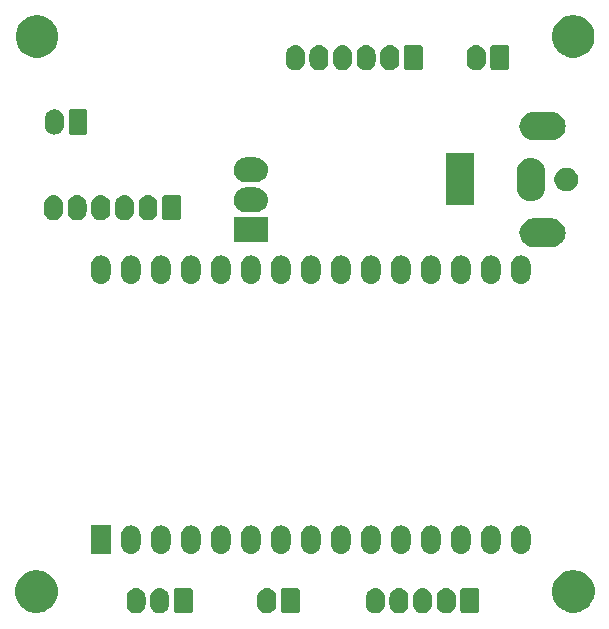
<source format=gbr>
G04 #@! TF.GenerationSoftware,KiCad,Pcbnew,(5.0.1)-rc2*
G04 #@! TF.CreationDate,2018-12-27T01:27:39+01:00*
G04 #@! TF.ProjectId,IoP_plant_base,496F505F706C616E745F626173652E6B,rev?*
G04 #@! TF.SameCoordinates,Original*
G04 #@! TF.FileFunction,Soldermask,Bot*
G04 #@! TF.FilePolarity,Negative*
%FSLAX46Y46*%
G04 Gerber Fmt 4.6, Leading zero omitted, Abs format (unit mm)*
G04 Created by KiCad (PCBNEW (5.0.1)-rc2) date 2018/12/27 1:27:39*
%MOMM*%
%LPD*%
G01*
G04 APERTURE LIST*
%ADD10C,0.100000*%
G04 APERTURE END LIST*
D10*
G36*
X129570827Y-120856576D02*
X129646228Y-120879449D01*
X129721629Y-120902321D01*
X129860608Y-120976608D01*
X129982422Y-121076578D01*
X130082392Y-121198392D01*
X130156679Y-121337371D01*
X130202424Y-121488174D01*
X130214000Y-121605705D01*
X130214000Y-122234295D01*
X130202424Y-122351826D01*
X130156679Y-122502629D01*
X130082392Y-122641608D01*
X129982425Y-122763419D01*
X129982423Y-122763420D01*
X129982422Y-122763422D01*
X129896410Y-122834009D01*
X129860604Y-122863394D01*
X129721628Y-122937679D01*
X129646227Y-122960551D01*
X129570826Y-122983424D01*
X129414000Y-122998870D01*
X129257173Y-122983424D01*
X129181772Y-122960551D01*
X129106371Y-122937679D01*
X128967392Y-122863392D01*
X128845581Y-122763425D01*
X128845580Y-122763423D01*
X128845578Y-122763422D01*
X128745607Y-122641605D01*
X128745606Y-122641604D01*
X128671321Y-122502628D01*
X128648449Y-122427227D01*
X128625576Y-122351826D01*
X128614000Y-122234292D01*
X128614000Y-121605707D01*
X128625576Y-121488173D01*
X128671321Y-121337372D01*
X128671321Y-121337371D01*
X128745608Y-121198392D01*
X128845579Y-121076578D01*
X128967393Y-120976608D01*
X129106372Y-120902321D01*
X129181773Y-120879449D01*
X129257174Y-120856576D01*
X129414000Y-120841130D01*
X129570827Y-120856576D01*
X129570827Y-120856576D01*
G37*
G36*
X111313827Y-120856576D02*
X111389228Y-120879449D01*
X111464629Y-120902321D01*
X111603608Y-120976608D01*
X111725422Y-121076578D01*
X111825392Y-121198392D01*
X111899679Y-121337371D01*
X111945424Y-121488174D01*
X111957000Y-121605705D01*
X111957000Y-122234295D01*
X111945424Y-122351826D01*
X111899679Y-122502629D01*
X111825392Y-122641608D01*
X111725425Y-122763419D01*
X111725423Y-122763420D01*
X111725422Y-122763422D01*
X111639410Y-122834009D01*
X111603604Y-122863394D01*
X111464628Y-122937679D01*
X111389227Y-122960551D01*
X111313826Y-122983424D01*
X111157000Y-122998870D01*
X111000173Y-122983424D01*
X110924772Y-122960551D01*
X110849371Y-122937679D01*
X110710392Y-122863392D01*
X110588581Y-122763425D01*
X110588580Y-122763423D01*
X110588578Y-122763422D01*
X110488607Y-122641605D01*
X110488606Y-122641604D01*
X110414321Y-122502628D01*
X110391449Y-122427227D01*
X110368576Y-122351826D01*
X110357000Y-122234292D01*
X110357000Y-121605707D01*
X110368576Y-121488173D01*
X110414321Y-121337372D01*
X110414321Y-121337371D01*
X110488608Y-121198392D01*
X110588579Y-121076578D01*
X110710393Y-120976608D01*
X110849372Y-120902321D01*
X110924773Y-120879449D01*
X111000174Y-120856576D01*
X111157000Y-120841130D01*
X111313827Y-120856576D01*
X111313827Y-120856576D01*
G37*
G36*
X120381627Y-120856576D02*
X120457028Y-120879449D01*
X120532429Y-120902321D01*
X120671408Y-120976608D01*
X120793222Y-121076578D01*
X120893192Y-121198392D01*
X120967479Y-121337371D01*
X121013224Y-121488174D01*
X121024800Y-121605705D01*
X121024800Y-122234295D01*
X121013224Y-122351826D01*
X120967479Y-122502629D01*
X120893192Y-122641608D01*
X120793225Y-122763419D01*
X120793223Y-122763420D01*
X120793222Y-122763422D01*
X120707210Y-122834009D01*
X120671404Y-122863394D01*
X120532428Y-122937679D01*
X120457027Y-122960551D01*
X120381626Y-122983424D01*
X120224800Y-122998870D01*
X120067973Y-122983424D01*
X119992572Y-122960551D01*
X119917171Y-122937679D01*
X119778192Y-122863392D01*
X119656381Y-122763425D01*
X119656380Y-122763423D01*
X119656378Y-122763422D01*
X119556407Y-122641605D01*
X119556406Y-122641604D01*
X119482121Y-122502628D01*
X119459249Y-122427227D01*
X119436376Y-122351826D01*
X119424800Y-122234292D01*
X119424800Y-121605707D01*
X119436376Y-121488173D01*
X119482121Y-121337372D01*
X119482121Y-121337371D01*
X119556408Y-121198392D01*
X119656379Y-121076578D01*
X119778193Y-120976608D01*
X119917172Y-120902321D01*
X119992573Y-120879449D01*
X120067974Y-120856576D01*
X120224800Y-120841130D01*
X120381627Y-120856576D01*
X120381627Y-120856576D01*
G37*
G36*
X109313827Y-120856576D02*
X109389228Y-120879449D01*
X109464629Y-120902321D01*
X109603608Y-120976608D01*
X109725422Y-121076578D01*
X109825392Y-121198392D01*
X109899679Y-121337371D01*
X109945424Y-121488174D01*
X109957000Y-121605705D01*
X109957000Y-122234295D01*
X109945424Y-122351826D01*
X109899679Y-122502629D01*
X109825392Y-122641608D01*
X109725425Y-122763419D01*
X109725423Y-122763420D01*
X109725422Y-122763422D01*
X109639410Y-122834009D01*
X109603604Y-122863394D01*
X109464628Y-122937679D01*
X109389227Y-122960551D01*
X109313826Y-122983424D01*
X109157000Y-122998870D01*
X109000173Y-122983424D01*
X108924772Y-122960551D01*
X108849371Y-122937679D01*
X108710392Y-122863392D01*
X108588581Y-122763425D01*
X108588580Y-122763423D01*
X108588578Y-122763422D01*
X108488607Y-122641605D01*
X108488606Y-122641604D01*
X108414321Y-122502628D01*
X108391449Y-122427227D01*
X108368576Y-122351826D01*
X108357000Y-122234292D01*
X108357000Y-121605707D01*
X108368576Y-121488173D01*
X108414321Y-121337372D01*
X108414321Y-121337371D01*
X108488608Y-121198392D01*
X108588579Y-121076578D01*
X108710393Y-120976608D01*
X108849372Y-120902321D01*
X108924773Y-120879449D01*
X109000174Y-120856576D01*
X109157000Y-120841130D01*
X109313827Y-120856576D01*
X109313827Y-120856576D01*
G37*
G36*
X133570827Y-120856576D02*
X133646228Y-120879449D01*
X133721629Y-120902321D01*
X133860608Y-120976608D01*
X133982422Y-121076578D01*
X134082392Y-121198392D01*
X134156679Y-121337371D01*
X134202424Y-121488174D01*
X134214000Y-121605705D01*
X134214000Y-122234295D01*
X134202424Y-122351826D01*
X134156679Y-122502629D01*
X134082392Y-122641608D01*
X133982425Y-122763419D01*
X133982423Y-122763420D01*
X133982422Y-122763422D01*
X133896410Y-122834009D01*
X133860604Y-122863394D01*
X133721628Y-122937679D01*
X133646226Y-122960552D01*
X133570826Y-122983424D01*
X133414000Y-122998870D01*
X133257173Y-122983424D01*
X133181772Y-122960551D01*
X133106371Y-122937679D01*
X132967392Y-122863392D01*
X132845581Y-122763425D01*
X132845580Y-122763423D01*
X132845578Y-122763422D01*
X132745607Y-122641605D01*
X132745606Y-122641604D01*
X132671321Y-122502628D01*
X132648449Y-122427227D01*
X132625576Y-122351826D01*
X132614000Y-122234292D01*
X132614000Y-121605707D01*
X132625576Y-121488173D01*
X132671321Y-121337372D01*
X132671321Y-121337371D01*
X132745608Y-121198392D01*
X132845579Y-121076578D01*
X132967393Y-120976608D01*
X133106372Y-120902321D01*
X133181773Y-120879449D01*
X133257174Y-120856576D01*
X133414000Y-120841130D01*
X133570827Y-120856576D01*
X133570827Y-120856576D01*
G37*
G36*
X131570827Y-120856576D02*
X131646228Y-120879449D01*
X131721629Y-120902321D01*
X131860608Y-120976608D01*
X131982422Y-121076578D01*
X132082392Y-121198392D01*
X132156679Y-121337371D01*
X132202424Y-121488174D01*
X132214000Y-121605705D01*
X132214000Y-122234295D01*
X132202424Y-122351826D01*
X132156679Y-122502629D01*
X132082392Y-122641608D01*
X131982425Y-122763419D01*
X131982423Y-122763420D01*
X131982422Y-122763422D01*
X131896410Y-122834009D01*
X131860604Y-122863394D01*
X131721628Y-122937679D01*
X131646226Y-122960552D01*
X131570826Y-122983424D01*
X131414000Y-122998870D01*
X131257173Y-122983424D01*
X131181772Y-122960551D01*
X131106371Y-122937679D01*
X130967392Y-122863392D01*
X130845581Y-122763425D01*
X130845580Y-122763423D01*
X130845578Y-122763422D01*
X130745607Y-122641605D01*
X130745606Y-122641604D01*
X130671321Y-122502628D01*
X130648449Y-122427227D01*
X130625576Y-122351826D01*
X130614000Y-122234292D01*
X130614000Y-121605707D01*
X130625576Y-121488173D01*
X130671321Y-121337372D01*
X130671321Y-121337371D01*
X130745608Y-121198392D01*
X130845579Y-121076578D01*
X130967393Y-120976608D01*
X131106372Y-120902321D01*
X131181773Y-120879449D01*
X131257174Y-120856576D01*
X131414000Y-120841130D01*
X131570827Y-120856576D01*
X131570827Y-120856576D01*
G37*
G36*
X135570827Y-120856576D02*
X135646228Y-120879449D01*
X135721629Y-120902321D01*
X135860608Y-120976608D01*
X135982422Y-121076578D01*
X136082392Y-121198392D01*
X136156679Y-121337371D01*
X136202424Y-121488174D01*
X136214000Y-121605705D01*
X136214000Y-122234295D01*
X136202424Y-122351826D01*
X136156679Y-122502629D01*
X136082392Y-122641608D01*
X135982425Y-122763419D01*
X135982423Y-122763420D01*
X135982422Y-122763422D01*
X135896410Y-122834009D01*
X135860604Y-122863394D01*
X135721628Y-122937679D01*
X135646226Y-122960552D01*
X135570826Y-122983424D01*
X135414000Y-122998870D01*
X135257173Y-122983424D01*
X135181772Y-122960551D01*
X135106371Y-122937679D01*
X134967392Y-122863392D01*
X134845581Y-122763425D01*
X134845580Y-122763423D01*
X134845578Y-122763422D01*
X134745607Y-122641605D01*
X134745606Y-122641604D01*
X134671321Y-122502628D01*
X134648449Y-122427227D01*
X134625576Y-122351826D01*
X134614000Y-122234292D01*
X134614000Y-121605707D01*
X134625576Y-121488173D01*
X134671321Y-121337372D01*
X134671321Y-121337371D01*
X134745608Y-121198392D01*
X134845579Y-121076578D01*
X134967393Y-120976608D01*
X135106372Y-120902321D01*
X135181773Y-120879449D01*
X135257174Y-120856576D01*
X135414000Y-120841130D01*
X135570827Y-120856576D01*
X135570827Y-120856576D01*
G37*
G36*
X113747269Y-120850597D02*
X113796009Y-120865382D01*
X113840931Y-120889393D01*
X113880298Y-120921702D01*
X113912607Y-120961069D01*
X113936618Y-121005991D01*
X113951403Y-121054731D01*
X113957000Y-121111557D01*
X113957000Y-122728443D01*
X113951403Y-122785269D01*
X113936618Y-122834009D01*
X113912607Y-122878931D01*
X113880298Y-122918298D01*
X113840931Y-122950607D01*
X113796009Y-122974618D01*
X113747269Y-122989403D01*
X113690443Y-122995000D01*
X112623557Y-122995000D01*
X112566731Y-122989403D01*
X112517991Y-122974618D01*
X112473069Y-122950607D01*
X112433702Y-122918298D01*
X112401393Y-122878931D01*
X112377382Y-122834009D01*
X112362597Y-122785269D01*
X112357000Y-122728443D01*
X112357000Y-121111557D01*
X112362597Y-121054731D01*
X112377382Y-121005991D01*
X112401393Y-120961069D01*
X112433702Y-120921702D01*
X112473069Y-120889393D01*
X112517991Y-120865382D01*
X112566731Y-120850597D01*
X112623557Y-120845000D01*
X113690443Y-120845000D01*
X113747269Y-120850597D01*
X113747269Y-120850597D01*
G37*
G36*
X138004269Y-120850597D02*
X138053009Y-120865382D01*
X138097931Y-120889393D01*
X138137298Y-120921702D01*
X138169607Y-120961069D01*
X138193618Y-121005991D01*
X138208403Y-121054731D01*
X138214000Y-121111557D01*
X138214000Y-122728443D01*
X138208403Y-122785269D01*
X138193618Y-122834009D01*
X138169607Y-122878931D01*
X138137298Y-122918298D01*
X138097931Y-122950607D01*
X138053009Y-122974618D01*
X138004269Y-122989403D01*
X137947443Y-122995000D01*
X136880557Y-122995000D01*
X136823731Y-122989403D01*
X136774991Y-122974618D01*
X136730069Y-122950607D01*
X136690702Y-122918298D01*
X136658393Y-122878931D01*
X136634382Y-122834009D01*
X136619597Y-122785269D01*
X136614000Y-122728443D01*
X136614000Y-121111557D01*
X136619597Y-121054731D01*
X136634382Y-121005991D01*
X136658393Y-120961069D01*
X136690702Y-120921702D01*
X136730069Y-120889393D01*
X136774991Y-120865382D01*
X136823731Y-120850597D01*
X136880557Y-120845000D01*
X137947443Y-120845000D01*
X138004269Y-120850597D01*
X138004269Y-120850597D01*
G37*
G36*
X122815069Y-120850597D02*
X122863809Y-120865382D01*
X122908731Y-120889393D01*
X122948098Y-120921702D01*
X122980407Y-120961069D01*
X123004418Y-121005991D01*
X123019203Y-121054731D01*
X123024800Y-121111557D01*
X123024800Y-122728443D01*
X123019203Y-122785269D01*
X123004418Y-122834009D01*
X122980407Y-122878931D01*
X122948098Y-122918298D01*
X122908731Y-122950607D01*
X122863809Y-122974618D01*
X122815069Y-122989403D01*
X122758243Y-122995000D01*
X121691357Y-122995000D01*
X121634531Y-122989403D01*
X121585791Y-122974618D01*
X121540869Y-122950607D01*
X121501502Y-122918298D01*
X121469193Y-122878931D01*
X121445182Y-122834009D01*
X121430397Y-122785269D01*
X121424800Y-122728443D01*
X121424800Y-121111557D01*
X121430397Y-121054731D01*
X121445182Y-121005991D01*
X121469193Y-120961069D01*
X121501502Y-120921702D01*
X121540869Y-120889393D01*
X121585791Y-120865382D01*
X121634531Y-120850597D01*
X121691357Y-120845000D01*
X122758243Y-120845000D01*
X122815069Y-120850597D01*
X122815069Y-120850597D01*
G37*
G36*
X101125202Y-119393955D02*
X101241121Y-119417013D01*
X101472754Y-119512959D01*
X101519644Y-119532381D01*
X101568700Y-119552701D01*
X101833102Y-119729369D01*
X101863516Y-119749691D01*
X102114229Y-120000404D01*
X102114231Y-120000407D01*
X102311219Y-120295220D01*
X102438491Y-120602480D01*
X102446907Y-120622800D01*
X102516080Y-120970554D01*
X102516080Y-121325126D01*
X102446907Y-121672880D01*
X102311220Y-122000458D01*
X102114229Y-122295276D01*
X101863516Y-122545989D01*
X101863513Y-122545991D01*
X101568700Y-122742979D01*
X101568699Y-122742980D01*
X101568698Y-122742980D01*
X101519339Y-122763425D01*
X101241121Y-122878667D01*
X101147099Y-122897369D01*
X100893366Y-122947840D01*
X100538794Y-122947840D01*
X100285061Y-122897369D01*
X100191039Y-122878667D01*
X99912821Y-122763425D01*
X99863462Y-122742980D01*
X99863461Y-122742980D01*
X99863460Y-122742979D01*
X99568647Y-122545991D01*
X99568644Y-122545989D01*
X99317931Y-122295276D01*
X99120940Y-122000458D01*
X98985253Y-121672880D01*
X98916080Y-121325126D01*
X98916080Y-120970554D01*
X98985253Y-120622800D01*
X98993670Y-120602480D01*
X99120941Y-120295220D01*
X99317929Y-120000407D01*
X99317931Y-120000404D01*
X99568644Y-119749691D01*
X99599058Y-119729369D01*
X99863460Y-119552701D01*
X99912517Y-119532381D01*
X99959406Y-119512959D01*
X100191039Y-119417013D01*
X100306958Y-119393955D01*
X100538794Y-119347840D01*
X100893366Y-119347840D01*
X101125202Y-119393955D01*
X101125202Y-119393955D01*
G37*
G36*
X146586122Y-119373635D02*
X146702041Y-119396693D01*
X147029620Y-119532381D01*
X147060029Y-119552700D01*
X147324436Y-119729371D01*
X147575149Y-119980084D01*
X147772140Y-120274902D01*
X147907827Y-120602480D01*
X147975488Y-120942631D01*
X147977000Y-120950236D01*
X147977000Y-121304804D01*
X147907827Y-121652561D01*
X147772139Y-121980140D01*
X147602318Y-122234295D01*
X147575149Y-122274956D01*
X147324436Y-122525669D01*
X147324433Y-122525671D01*
X147029620Y-122722659D01*
X147029619Y-122722660D01*
X147029618Y-122722660D01*
X146980561Y-122742980D01*
X146702041Y-122858347D01*
X146599885Y-122878667D01*
X146354286Y-122927520D01*
X145999714Y-122927520D01*
X145754115Y-122878667D01*
X145651959Y-122858347D01*
X145373439Y-122742980D01*
X145324382Y-122722660D01*
X145324381Y-122722660D01*
X145324380Y-122722659D01*
X145029567Y-122525671D01*
X145029564Y-122525669D01*
X144778851Y-122274956D01*
X144751682Y-122234295D01*
X144581861Y-121980140D01*
X144446173Y-121652561D01*
X144377000Y-121304804D01*
X144377000Y-120950236D01*
X144378513Y-120942631D01*
X144446173Y-120602480D01*
X144581860Y-120274902D01*
X144778851Y-119980084D01*
X145029564Y-119729371D01*
X145293971Y-119552700D01*
X145324380Y-119532381D01*
X145651959Y-119396693D01*
X145767878Y-119373635D01*
X145999714Y-119327520D01*
X146354286Y-119327520D01*
X146586122Y-119373635D01*
X146586122Y-119373635D01*
G37*
G36*
X121574901Y-115561044D02*
X121731542Y-115608561D01*
X121875902Y-115685723D01*
X122002435Y-115789566D01*
X122106278Y-115916099D01*
X122183440Y-116060459D01*
X122230957Y-116217100D01*
X122247001Y-116380000D01*
X122247001Y-117142000D01*
X122230957Y-117304900D01*
X122183440Y-117461541D01*
X122106278Y-117605901D01*
X122002435Y-117732434D01*
X121875902Y-117836277D01*
X121731542Y-117913439D01*
X121574901Y-117960956D01*
X121412001Y-117977000D01*
X121411999Y-117977000D01*
X121249099Y-117960956D01*
X121092458Y-117913439D01*
X120948098Y-117836277D01*
X120821565Y-117732434D01*
X120717722Y-117605901D01*
X120640560Y-117461541D01*
X120593043Y-117304900D01*
X120576999Y-117142000D01*
X120576999Y-116380000D01*
X120593043Y-116217100D01*
X120640560Y-116060459D01*
X120717722Y-115916099D01*
X120821565Y-115789566D01*
X120948098Y-115685723D01*
X121092458Y-115608561D01*
X121249099Y-115561044D01*
X121411999Y-115545000D01*
X121412001Y-115545000D01*
X121574901Y-115561044D01*
X121574901Y-115561044D01*
G37*
G36*
X141894901Y-115561044D02*
X142051542Y-115608561D01*
X142195902Y-115685723D01*
X142322435Y-115789566D01*
X142426278Y-115916099D01*
X142503440Y-116060459D01*
X142550957Y-116217100D01*
X142567001Y-116380000D01*
X142567001Y-117142000D01*
X142550957Y-117304900D01*
X142503440Y-117461541D01*
X142426278Y-117605901D01*
X142322435Y-117732434D01*
X142195902Y-117836277D01*
X142051542Y-117913439D01*
X141894901Y-117960956D01*
X141732001Y-117977000D01*
X141731999Y-117977000D01*
X141569099Y-117960956D01*
X141412458Y-117913439D01*
X141268098Y-117836277D01*
X141141565Y-117732434D01*
X141037722Y-117605901D01*
X140960560Y-117461541D01*
X140913043Y-117304900D01*
X140896999Y-117142000D01*
X140896999Y-116380000D01*
X140913043Y-116217100D01*
X140960560Y-116060459D01*
X141037722Y-115916099D01*
X141141565Y-115789566D01*
X141268098Y-115685723D01*
X141412458Y-115608561D01*
X141569099Y-115561044D01*
X141731999Y-115545000D01*
X141732001Y-115545000D01*
X141894901Y-115561044D01*
X141894901Y-115561044D01*
G37*
G36*
X139354901Y-115561044D02*
X139511542Y-115608561D01*
X139655902Y-115685723D01*
X139782435Y-115789566D01*
X139886278Y-115916099D01*
X139963440Y-116060459D01*
X140010957Y-116217100D01*
X140027001Y-116380000D01*
X140027001Y-117142000D01*
X140010957Y-117304900D01*
X139963440Y-117461541D01*
X139886278Y-117605901D01*
X139782435Y-117732434D01*
X139655902Y-117836277D01*
X139511542Y-117913439D01*
X139354901Y-117960956D01*
X139192001Y-117977000D01*
X139191999Y-117977000D01*
X139029099Y-117960956D01*
X138872458Y-117913439D01*
X138728098Y-117836277D01*
X138601565Y-117732434D01*
X138497722Y-117605901D01*
X138420560Y-117461541D01*
X138373043Y-117304900D01*
X138356999Y-117142000D01*
X138356999Y-116380000D01*
X138373043Y-116217100D01*
X138420560Y-116060459D01*
X138497722Y-115916099D01*
X138601565Y-115789566D01*
X138728098Y-115685723D01*
X138872458Y-115608561D01*
X139029099Y-115561044D01*
X139191999Y-115545000D01*
X139192001Y-115545000D01*
X139354901Y-115561044D01*
X139354901Y-115561044D01*
G37*
G36*
X136814901Y-115561044D02*
X136971542Y-115608561D01*
X137115902Y-115685723D01*
X137242435Y-115789566D01*
X137346278Y-115916099D01*
X137423440Y-116060459D01*
X137470957Y-116217100D01*
X137487001Y-116380000D01*
X137487001Y-117142000D01*
X137470957Y-117304900D01*
X137423440Y-117461541D01*
X137346278Y-117605901D01*
X137242435Y-117732434D01*
X137115902Y-117836277D01*
X136971542Y-117913439D01*
X136814901Y-117960956D01*
X136652001Y-117977000D01*
X136651999Y-117977000D01*
X136489099Y-117960956D01*
X136332458Y-117913439D01*
X136188098Y-117836277D01*
X136061565Y-117732434D01*
X135957722Y-117605901D01*
X135880560Y-117461541D01*
X135833043Y-117304900D01*
X135816999Y-117142000D01*
X135816999Y-116380000D01*
X135833043Y-116217100D01*
X135880560Y-116060459D01*
X135957722Y-115916099D01*
X136061565Y-115789566D01*
X136188098Y-115685723D01*
X136332458Y-115608561D01*
X136489099Y-115561044D01*
X136651999Y-115545000D01*
X136652001Y-115545000D01*
X136814901Y-115561044D01*
X136814901Y-115561044D01*
G37*
G36*
X134274901Y-115561044D02*
X134431542Y-115608561D01*
X134575902Y-115685723D01*
X134702435Y-115789566D01*
X134806278Y-115916099D01*
X134883440Y-116060459D01*
X134930957Y-116217100D01*
X134947001Y-116380000D01*
X134947001Y-117142000D01*
X134930957Y-117304900D01*
X134883440Y-117461541D01*
X134806278Y-117605901D01*
X134702435Y-117732434D01*
X134575902Y-117836277D01*
X134431542Y-117913439D01*
X134274901Y-117960956D01*
X134112001Y-117977000D01*
X134111999Y-117977000D01*
X133949099Y-117960956D01*
X133792458Y-117913439D01*
X133648098Y-117836277D01*
X133521565Y-117732434D01*
X133417722Y-117605901D01*
X133340560Y-117461541D01*
X133293043Y-117304900D01*
X133276999Y-117142000D01*
X133276999Y-116380000D01*
X133293043Y-116217100D01*
X133340560Y-116060459D01*
X133417722Y-115916099D01*
X133521565Y-115789566D01*
X133648098Y-115685723D01*
X133792458Y-115608561D01*
X133949099Y-115561044D01*
X134111999Y-115545000D01*
X134112001Y-115545000D01*
X134274901Y-115561044D01*
X134274901Y-115561044D01*
G37*
G36*
X131734901Y-115561044D02*
X131891542Y-115608561D01*
X132035902Y-115685723D01*
X132162435Y-115789566D01*
X132266278Y-115916099D01*
X132343440Y-116060459D01*
X132390957Y-116217100D01*
X132407001Y-116380000D01*
X132407001Y-117142000D01*
X132390957Y-117304900D01*
X132343440Y-117461541D01*
X132266278Y-117605901D01*
X132162435Y-117732434D01*
X132035902Y-117836277D01*
X131891542Y-117913439D01*
X131734901Y-117960956D01*
X131572001Y-117977000D01*
X131571999Y-117977000D01*
X131409099Y-117960956D01*
X131252458Y-117913439D01*
X131108098Y-117836277D01*
X130981565Y-117732434D01*
X130877722Y-117605901D01*
X130800560Y-117461541D01*
X130753043Y-117304900D01*
X130736999Y-117142000D01*
X130736999Y-116380000D01*
X130753043Y-116217100D01*
X130800560Y-116060459D01*
X130877722Y-115916099D01*
X130981565Y-115789566D01*
X131108098Y-115685723D01*
X131252458Y-115608561D01*
X131409099Y-115561044D01*
X131571999Y-115545000D01*
X131572001Y-115545000D01*
X131734901Y-115561044D01*
X131734901Y-115561044D01*
G37*
G36*
X126654901Y-115561044D02*
X126811542Y-115608561D01*
X126955902Y-115685723D01*
X127082435Y-115789566D01*
X127186278Y-115916099D01*
X127263440Y-116060459D01*
X127310957Y-116217100D01*
X127327001Y-116380000D01*
X127327001Y-117142000D01*
X127310957Y-117304900D01*
X127263440Y-117461541D01*
X127186278Y-117605901D01*
X127082435Y-117732434D01*
X126955902Y-117836277D01*
X126811542Y-117913439D01*
X126654901Y-117960956D01*
X126492001Y-117977000D01*
X126491999Y-117977000D01*
X126329099Y-117960956D01*
X126172458Y-117913439D01*
X126028098Y-117836277D01*
X125901565Y-117732434D01*
X125797722Y-117605901D01*
X125720560Y-117461541D01*
X125673043Y-117304900D01*
X125656999Y-117142000D01*
X125656999Y-116380000D01*
X125673043Y-116217100D01*
X125720560Y-116060459D01*
X125797722Y-115916099D01*
X125901565Y-115789566D01*
X126028098Y-115685723D01*
X126172458Y-115608561D01*
X126329099Y-115561044D01*
X126491999Y-115545000D01*
X126492001Y-115545000D01*
X126654901Y-115561044D01*
X126654901Y-115561044D01*
G37*
G36*
X124114901Y-115561044D02*
X124271542Y-115608561D01*
X124415902Y-115685723D01*
X124542435Y-115789566D01*
X124646278Y-115916099D01*
X124723440Y-116060459D01*
X124770957Y-116217100D01*
X124787001Y-116380000D01*
X124787001Y-117142000D01*
X124770957Y-117304900D01*
X124723440Y-117461541D01*
X124646278Y-117605901D01*
X124542435Y-117732434D01*
X124415902Y-117836277D01*
X124271542Y-117913439D01*
X124114901Y-117960956D01*
X123952001Y-117977000D01*
X123951999Y-117977000D01*
X123789099Y-117960956D01*
X123632458Y-117913439D01*
X123488098Y-117836277D01*
X123361565Y-117732434D01*
X123257722Y-117605901D01*
X123180560Y-117461541D01*
X123133043Y-117304900D01*
X123116999Y-117142000D01*
X123116999Y-116380000D01*
X123133043Y-116217100D01*
X123180560Y-116060459D01*
X123257722Y-115916099D01*
X123361565Y-115789566D01*
X123488098Y-115685723D01*
X123632458Y-115608561D01*
X123789099Y-115561044D01*
X123951999Y-115545000D01*
X123952001Y-115545000D01*
X124114901Y-115561044D01*
X124114901Y-115561044D01*
G37*
G36*
X119034901Y-115561044D02*
X119191542Y-115608561D01*
X119335902Y-115685723D01*
X119462435Y-115789566D01*
X119566278Y-115916099D01*
X119643440Y-116060459D01*
X119690957Y-116217100D01*
X119707001Y-116380000D01*
X119707001Y-117142000D01*
X119690957Y-117304900D01*
X119643440Y-117461541D01*
X119566278Y-117605901D01*
X119462435Y-117732434D01*
X119335902Y-117836277D01*
X119191542Y-117913439D01*
X119034901Y-117960956D01*
X118872001Y-117977000D01*
X118871999Y-117977000D01*
X118709099Y-117960956D01*
X118552458Y-117913439D01*
X118408098Y-117836277D01*
X118281565Y-117732434D01*
X118177722Y-117605901D01*
X118100560Y-117461541D01*
X118053043Y-117304900D01*
X118036999Y-117142000D01*
X118036999Y-116380000D01*
X118053043Y-116217100D01*
X118100560Y-116060459D01*
X118177722Y-115916099D01*
X118281565Y-115789566D01*
X118408098Y-115685723D01*
X118552458Y-115608561D01*
X118709099Y-115561044D01*
X118871999Y-115545000D01*
X118872001Y-115545000D01*
X119034901Y-115561044D01*
X119034901Y-115561044D01*
G37*
G36*
X116494901Y-115561044D02*
X116651542Y-115608561D01*
X116795902Y-115685723D01*
X116922435Y-115789566D01*
X117026278Y-115916099D01*
X117103440Y-116060459D01*
X117150957Y-116217100D01*
X117167001Y-116380000D01*
X117167001Y-117142000D01*
X117150957Y-117304900D01*
X117103440Y-117461541D01*
X117026278Y-117605901D01*
X116922435Y-117732434D01*
X116795902Y-117836277D01*
X116651542Y-117913439D01*
X116494901Y-117960956D01*
X116332001Y-117977000D01*
X116331999Y-117977000D01*
X116169099Y-117960956D01*
X116012458Y-117913439D01*
X115868098Y-117836277D01*
X115741565Y-117732434D01*
X115637722Y-117605901D01*
X115560560Y-117461541D01*
X115513043Y-117304900D01*
X115496999Y-117142000D01*
X115496999Y-116380000D01*
X115513043Y-116217100D01*
X115560560Y-116060459D01*
X115637722Y-115916099D01*
X115741565Y-115789566D01*
X115868098Y-115685723D01*
X116012458Y-115608561D01*
X116169099Y-115561044D01*
X116331999Y-115545000D01*
X116332001Y-115545000D01*
X116494901Y-115561044D01*
X116494901Y-115561044D01*
G37*
G36*
X113954901Y-115561044D02*
X114111542Y-115608561D01*
X114255902Y-115685723D01*
X114382435Y-115789566D01*
X114486278Y-115916099D01*
X114563440Y-116060459D01*
X114610957Y-116217100D01*
X114627001Y-116380000D01*
X114627001Y-117142000D01*
X114610957Y-117304900D01*
X114563440Y-117461541D01*
X114486278Y-117605901D01*
X114382435Y-117732434D01*
X114255902Y-117836277D01*
X114111542Y-117913439D01*
X113954901Y-117960956D01*
X113792001Y-117977000D01*
X113791999Y-117977000D01*
X113629099Y-117960956D01*
X113472458Y-117913439D01*
X113328098Y-117836277D01*
X113201565Y-117732434D01*
X113097722Y-117605901D01*
X113020560Y-117461541D01*
X112973043Y-117304900D01*
X112956999Y-117142000D01*
X112956999Y-116380000D01*
X112973043Y-116217100D01*
X113020560Y-116060459D01*
X113097722Y-115916099D01*
X113201565Y-115789566D01*
X113328098Y-115685723D01*
X113472458Y-115608561D01*
X113629099Y-115561044D01*
X113791999Y-115545000D01*
X113792001Y-115545000D01*
X113954901Y-115561044D01*
X113954901Y-115561044D01*
G37*
G36*
X111414901Y-115561044D02*
X111571542Y-115608561D01*
X111715902Y-115685723D01*
X111842435Y-115789566D01*
X111946278Y-115916099D01*
X112023440Y-116060459D01*
X112070957Y-116217100D01*
X112087001Y-116380000D01*
X112087001Y-117142000D01*
X112070957Y-117304900D01*
X112023440Y-117461541D01*
X111946278Y-117605901D01*
X111842435Y-117732434D01*
X111715902Y-117836277D01*
X111571542Y-117913439D01*
X111414901Y-117960956D01*
X111252001Y-117977000D01*
X111251999Y-117977000D01*
X111089099Y-117960956D01*
X110932458Y-117913439D01*
X110788098Y-117836277D01*
X110661565Y-117732434D01*
X110557722Y-117605901D01*
X110480560Y-117461541D01*
X110433043Y-117304900D01*
X110416999Y-117142000D01*
X110416999Y-116380000D01*
X110433043Y-116217100D01*
X110480560Y-116060459D01*
X110557722Y-115916099D01*
X110661565Y-115789566D01*
X110788098Y-115685723D01*
X110932458Y-115608561D01*
X111089099Y-115561044D01*
X111251999Y-115545000D01*
X111252001Y-115545000D01*
X111414901Y-115561044D01*
X111414901Y-115561044D01*
G37*
G36*
X108874901Y-115561044D02*
X109031542Y-115608561D01*
X109175902Y-115685723D01*
X109302435Y-115789566D01*
X109406278Y-115916099D01*
X109483440Y-116060459D01*
X109530957Y-116217100D01*
X109547001Y-116380000D01*
X109547001Y-117142000D01*
X109530957Y-117304900D01*
X109483440Y-117461541D01*
X109406278Y-117605901D01*
X109302435Y-117732434D01*
X109175902Y-117836277D01*
X109031542Y-117913439D01*
X108874901Y-117960956D01*
X108712001Y-117977000D01*
X108711999Y-117977000D01*
X108549099Y-117960956D01*
X108392458Y-117913439D01*
X108248098Y-117836277D01*
X108121565Y-117732434D01*
X108017722Y-117605901D01*
X107940560Y-117461541D01*
X107893043Y-117304900D01*
X107876999Y-117142000D01*
X107876999Y-116380000D01*
X107893043Y-116217100D01*
X107940560Y-116060459D01*
X108017722Y-115916099D01*
X108121565Y-115789566D01*
X108248098Y-115685723D01*
X108392458Y-115608561D01*
X108549099Y-115561044D01*
X108711999Y-115545000D01*
X108712001Y-115545000D01*
X108874901Y-115561044D01*
X108874901Y-115561044D01*
G37*
G36*
X129194901Y-115561044D02*
X129351542Y-115608561D01*
X129495902Y-115685723D01*
X129622435Y-115789566D01*
X129726278Y-115916099D01*
X129803440Y-116060459D01*
X129850957Y-116217100D01*
X129867001Y-116380000D01*
X129867001Y-117142000D01*
X129850957Y-117304900D01*
X129803440Y-117461541D01*
X129726278Y-117605901D01*
X129622435Y-117732434D01*
X129495902Y-117836277D01*
X129351542Y-117913439D01*
X129194901Y-117960956D01*
X129032001Y-117977000D01*
X129031999Y-117977000D01*
X128869099Y-117960956D01*
X128712458Y-117913439D01*
X128568098Y-117836277D01*
X128441565Y-117732434D01*
X128337722Y-117605901D01*
X128260560Y-117461541D01*
X128213043Y-117304900D01*
X128196999Y-117142000D01*
X128196999Y-116380000D01*
X128213043Y-116217100D01*
X128260560Y-116060459D01*
X128337722Y-115916099D01*
X128441565Y-115789566D01*
X128568098Y-115685723D01*
X128712458Y-115608561D01*
X128869099Y-115561044D01*
X129031999Y-115545000D01*
X129032001Y-115545000D01*
X129194901Y-115561044D01*
X129194901Y-115561044D01*
G37*
G36*
X107007000Y-117977000D02*
X105337000Y-117977000D01*
X105337000Y-115545000D01*
X107007000Y-115545000D01*
X107007000Y-117977000D01*
X107007000Y-117977000D01*
G37*
G36*
X106334901Y-92701044D02*
X106491542Y-92748561D01*
X106635902Y-92825723D01*
X106762435Y-92929566D01*
X106866278Y-93056099D01*
X106943440Y-93200459D01*
X106990957Y-93357100D01*
X107007001Y-93520000D01*
X107007001Y-94282000D01*
X106990957Y-94444900D01*
X106943440Y-94601541D01*
X106866278Y-94745901D01*
X106762435Y-94872434D01*
X106635902Y-94976277D01*
X106491542Y-95053439D01*
X106334901Y-95100956D01*
X106172001Y-95117000D01*
X106171999Y-95117000D01*
X106009099Y-95100956D01*
X105852458Y-95053439D01*
X105708098Y-94976277D01*
X105581565Y-94872434D01*
X105477722Y-94745901D01*
X105400560Y-94601541D01*
X105353043Y-94444900D01*
X105336999Y-94282000D01*
X105336999Y-93520000D01*
X105353043Y-93357100D01*
X105400560Y-93200459D01*
X105477722Y-93056099D01*
X105581565Y-92929566D01*
X105708098Y-92825723D01*
X105852458Y-92748561D01*
X106009099Y-92701044D01*
X106171999Y-92685000D01*
X106172001Y-92685000D01*
X106334901Y-92701044D01*
X106334901Y-92701044D01*
G37*
G36*
X108874901Y-92701044D02*
X109031542Y-92748561D01*
X109175902Y-92825723D01*
X109302435Y-92929566D01*
X109406278Y-93056099D01*
X109483440Y-93200459D01*
X109530957Y-93357100D01*
X109547001Y-93520000D01*
X109547001Y-94282000D01*
X109530957Y-94444900D01*
X109483440Y-94601541D01*
X109406278Y-94745901D01*
X109302435Y-94872434D01*
X109175902Y-94976277D01*
X109031542Y-95053439D01*
X108874901Y-95100956D01*
X108712001Y-95117000D01*
X108711999Y-95117000D01*
X108549099Y-95100956D01*
X108392458Y-95053439D01*
X108248098Y-94976277D01*
X108121565Y-94872434D01*
X108017722Y-94745901D01*
X107940560Y-94601541D01*
X107893043Y-94444900D01*
X107876999Y-94282000D01*
X107876999Y-93520000D01*
X107893043Y-93357100D01*
X107940560Y-93200459D01*
X108017722Y-93056099D01*
X108121565Y-92929566D01*
X108248098Y-92825723D01*
X108392458Y-92748561D01*
X108549099Y-92701044D01*
X108711999Y-92685000D01*
X108712001Y-92685000D01*
X108874901Y-92701044D01*
X108874901Y-92701044D01*
G37*
G36*
X111414901Y-92701044D02*
X111571542Y-92748561D01*
X111715902Y-92825723D01*
X111842435Y-92929566D01*
X111946278Y-93056099D01*
X112023440Y-93200459D01*
X112070957Y-93357100D01*
X112087001Y-93520000D01*
X112087001Y-94282000D01*
X112070957Y-94444900D01*
X112023440Y-94601541D01*
X111946278Y-94745901D01*
X111842435Y-94872434D01*
X111715902Y-94976277D01*
X111571542Y-95053439D01*
X111414901Y-95100956D01*
X111252001Y-95117000D01*
X111251999Y-95117000D01*
X111089099Y-95100956D01*
X110932458Y-95053439D01*
X110788098Y-94976277D01*
X110661565Y-94872434D01*
X110557722Y-94745901D01*
X110480560Y-94601541D01*
X110433043Y-94444900D01*
X110416999Y-94282000D01*
X110416999Y-93520000D01*
X110433043Y-93357100D01*
X110480560Y-93200459D01*
X110557722Y-93056099D01*
X110661565Y-92929566D01*
X110788098Y-92825723D01*
X110932458Y-92748561D01*
X111089099Y-92701044D01*
X111251999Y-92685000D01*
X111252001Y-92685000D01*
X111414901Y-92701044D01*
X111414901Y-92701044D01*
G37*
G36*
X113954901Y-92701044D02*
X114111542Y-92748561D01*
X114255902Y-92825723D01*
X114382435Y-92929566D01*
X114486278Y-93056099D01*
X114563440Y-93200459D01*
X114610957Y-93357100D01*
X114627001Y-93520000D01*
X114627001Y-94282000D01*
X114610957Y-94444900D01*
X114563440Y-94601541D01*
X114486278Y-94745901D01*
X114382435Y-94872434D01*
X114255902Y-94976277D01*
X114111542Y-95053439D01*
X113954901Y-95100956D01*
X113792001Y-95117000D01*
X113791999Y-95117000D01*
X113629099Y-95100956D01*
X113472458Y-95053439D01*
X113328098Y-94976277D01*
X113201565Y-94872434D01*
X113097722Y-94745901D01*
X113020560Y-94601541D01*
X112973043Y-94444900D01*
X112956999Y-94282000D01*
X112956999Y-93520000D01*
X112973043Y-93357100D01*
X113020560Y-93200459D01*
X113097722Y-93056099D01*
X113201565Y-92929566D01*
X113328098Y-92825723D01*
X113472458Y-92748561D01*
X113629099Y-92701044D01*
X113791999Y-92685000D01*
X113792001Y-92685000D01*
X113954901Y-92701044D01*
X113954901Y-92701044D01*
G37*
G36*
X116494901Y-92701044D02*
X116651542Y-92748561D01*
X116795902Y-92825723D01*
X116922435Y-92929566D01*
X117026278Y-93056099D01*
X117103440Y-93200459D01*
X117150957Y-93357100D01*
X117167001Y-93520000D01*
X117167001Y-94282000D01*
X117150957Y-94444900D01*
X117103440Y-94601541D01*
X117026278Y-94745901D01*
X116922435Y-94872434D01*
X116795902Y-94976277D01*
X116651542Y-95053439D01*
X116494901Y-95100956D01*
X116332001Y-95117000D01*
X116331999Y-95117000D01*
X116169099Y-95100956D01*
X116012458Y-95053439D01*
X115868098Y-94976277D01*
X115741565Y-94872434D01*
X115637722Y-94745901D01*
X115560560Y-94601541D01*
X115513043Y-94444900D01*
X115496999Y-94282000D01*
X115496999Y-93520000D01*
X115513043Y-93357100D01*
X115560560Y-93200459D01*
X115637722Y-93056099D01*
X115741565Y-92929566D01*
X115868098Y-92825723D01*
X116012458Y-92748561D01*
X116169099Y-92701044D01*
X116331999Y-92685000D01*
X116332001Y-92685000D01*
X116494901Y-92701044D01*
X116494901Y-92701044D01*
G37*
G36*
X119034901Y-92701044D02*
X119191542Y-92748561D01*
X119335902Y-92825723D01*
X119462435Y-92929566D01*
X119566278Y-93056099D01*
X119643440Y-93200459D01*
X119690957Y-93357100D01*
X119707001Y-93520000D01*
X119707001Y-94282000D01*
X119690957Y-94444900D01*
X119643440Y-94601541D01*
X119566278Y-94745901D01*
X119462435Y-94872434D01*
X119335902Y-94976277D01*
X119191542Y-95053439D01*
X119034901Y-95100956D01*
X118872001Y-95117000D01*
X118871999Y-95117000D01*
X118709099Y-95100956D01*
X118552458Y-95053439D01*
X118408098Y-94976277D01*
X118281565Y-94872434D01*
X118177722Y-94745901D01*
X118100560Y-94601541D01*
X118053043Y-94444900D01*
X118036999Y-94282000D01*
X118036999Y-93520000D01*
X118053043Y-93357100D01*
X118100560Y-93200459D01*
X118177722Y-93056099D01*
X118281565Y-92929566D01*
X118408098Y-92825723D01*
X118552458Y-92748561D01*
X118709099Y-92701044D01*
X118871999Y-92685000D01*
X118872001Y-92685000D01*
X119034901Y-92701044D01*
X119034901Y-92701044D01*
G37*
G36*
X121574901Y-92701044D02*
X121731542Y-92748561D01*
X121875902Y-92825723D01*
X122002435Y-92929566D01*
X122106278Y-93056099D01*
X122183440Y-93200459D01*
X122230957Y-93357100D01*
X122247001Y-93520000D01*
X122247001Y-94282000D01*
X122230957Y-94444900D01*
X122183440Y-94601541D01*
X122106278Y-94745901D01*
X122002435Y-94872434D01*
X121875902Y-94976277D01*
X121731542Y-95053439D01*
X121574901Y-95100956D01*
X121412001Y-95117000D01*
X121411999Y-95117000D01*
X121249099Y-95100956D01*
X121092458Y-95053439D01*
X120948098Y-94976277D01*
X120821565Y-94872434D01*
X120717722Y-94745901D01*
X120640560Y-94601541D01*
X120593043Y-94444900D01*
X120576999Y-94282000D01*
X120576999Y-93520000D01*
X120593043Y-93357100D01*
X120640560Y-93200459D01*
X120717722Y-93056099D01*
X120821565Y-92929566D01*
X120948098Y-92825723D01*
X121092458Y-92748561D01*
X121249099Y-92701044D01*
X121411999Y-92685000D01*
X121412001Y-92685000D01*
X121574901Y-92701044D01*
X121574901Y-92701044D01*
G37*
G36*
X124114901Y-92701044D02*
X124271542Y-92748561D01*
X124415902Y-92825723D01*
X124542435Y-92929566D01*
X124646278Y-93056099D01*
X124723440Y-93200459D01*
X124770957Y-93357100D01*
X124787001Y-93520000D01*
X124787001Y-94282000D01*
X124770957Y-94444900D01*
X124723440Y-94601541D01*
X124646278Y-94745901D01*
X124542435Y-94872434D01*
X124415902Y-94976277D01*
X124271542Y-95053439D01*
X124114901Y-95100956D01*
X123952001Y-95117000D01*
X123951999Y-95117000D01*
X123789099Y-95100956D01*
X123632458Y-95053439D01*
X123488098Y-94976277D01*
X123361565Y-94872434D01*
X123257722Y-94745901D01*
X123180560Y-94601541D01*
X123133043Y-94444900D01*
X123116999Y-94282000D01*
X123116999Y-93520000D01*
X123133043Y-93357100D01*
X123180560Y-93200459D01*
X123257722Y-93056099D01*
X123361565Y-92929566D01*
X123488098Y-92825723D01*
X123632458Y-92748561D01*
X123789099Y-92701044D01*
X123951999Y-92685000D01*
X123952001Y-92685000D01*
X124114901Y-92701044D01*
X124114901Y-92701044D01*
G37*
G36*
X131734901Y-92701044D02*
X131891542Y-92748561D01*
X132035902Y-92825723D01*
X132162435Y-92929566D01*
X132266278Y-93056099D01*
X132343440Y-93200459D01*
X132390957Y-93357100D01*
X132407001Y-93520000D01*
X132407001Y-94282000D01*
X132390957Y-94444900D01*
X132343440Y-94601541D01*
X132266278Y-94745901D01*
X132162435Y-94872434D01*
X132035902Y-94976277D01*
X131891542Y-95053439D01*
X131734901Y-95100956D01*
X131572001Y-95117000D01*
X131571999Y-95117000D01*
X131409099Y-95100956D01*
X131252458Y-95053439D01*
X131108098Y-94976277D01*
X130981565Y-94872434D01*
X130877722Y-94745901D01*
X130800560Y-94601541D01*
X130753043Y-94444900D01*
X130736999Y-94282000D01*
X130736999Y-93520000D01*
X130753043Y-93357100D01*
X130800560Y-93200459D01*
X130877722Y-93056099D01*
X130981565Y-92929566D01*
X131108098Y-92825723D01*
X131252458Y-92748561D01*
X131409099Y-92701044D01*
X131571999Y-92685000D01*
X131572001Y-92685000D01*
X131734901Y-92701044D01*
X131734901Y-92701044D01*
G37*
G36*
X126654901Y-92701044D02*
X126811542Y-92748561D01*
X126955902Y-92825723D01*
X127082435Y-92929566D01*
X127186278Y-93056099D01*
X127263440Y-93200459D01*
X127310957Y-93357100D01*
X127327001Y-93520000D01*
X127327001Y-94282000D01*
X127310957Y-94444900D01*
X127263440Y-94601541D01*
X127186278Y-94745901D01*
X127082435Y-94872434D01*
X126955902Y-94976277D01*
X126811542Y-95053439D01*
X126654901Y-95100956D01*
X126492001Y-95117000D01*
X126491999Y-95117000D01*
X126329099Y-95100956D01*
X126172458Y-95053439D01*
X126028098Y-94976277D01*
X125901565Y-94872434D01*
X125797722Y-94745901D01*
X125720560Y-94601541D01*
X125673043Y-94444900D01*
X125656999Y-94282000D01*
X125656999Y-93520000D01*
X125673043Y-93357100D01*
X125720560Y-93200459D01*
X125797722Y-93056099D01*
X125901565Y-92929566D01*
X126028098Y-92825723D01*
X126172458Y-92748561D01*
X126329099Y-92701044D01*
X126491999Y-92685000D01*
X126492001Y-92685000D01*
X126654901Y-92701044D01*
X126654901Y-92701044D01*
G37*
G36*
X129194901Y-92701044D02*
X129351542Y-92748561D01*
X129495902Y-92825723D01*
X129622435Y-92929566D01*
X129726278Y-93056099D01*
X129803440Y-93200459D01*
X129850957Y-93357100D01*
X129867001Y-93520000D01*
X129867001Y-94282000D01*
X129850957Y-94444900D01*
X129803440Y-94601541D01*
X129726278Y-94745901D01*
X129622435Y-94872434D01*
X129495902Y-94976277D01*
X129351542Y-95053439D01*
X129194901Y-95100956D01*
X129032001Y-95117000D01*
X129031999Y-95117000D01*
X128869099Y-95100956D01*
X128712458Y-95053439D01*
X128568098Y-94976277D01*
X128441565Y-94872434D01*
X128337722Y-94745901D01*
X128260560Y-94601541D01*
X128213043Y-94444900D01*
X128196999Y-94282000D01*
X128196999Y-93520000D01*
X128213043Y-93357100D01*
X128260560Y-93200459D01*
X128337722Y-93056099D01*
X128441565Y-92929566D01*
X128568098Y-92825723D01*
X128712458Y-92748561D01*
X128869099Y-92701044D01*
X129031999Y-92685000D01*
X129032001Y-92685000D01*
X129194901Y-92701044D01*
X129194901Y-92701044D01*
G37*
G36*
X141894901Y-92701044D02*
X142051542Y-92748561D01*
X142195902Y-92825723D01*
X142322435Y-92929566D01*
X142426278Y-93056099D01*
X142503440Y-93200459D01*
X142550957Y-93357100D01*
X142567001Y-93520000D01*
X142567001Y-94282000D01*
X142550957Y-94444900D01*
X142503440Y-94601541D01*
X142426278Y-94745901D01*
X142322435Y-94872434D01*
X142195902Y-94976277D01*
X142051542Y-95053439D01*
X141894901Y-95100956D01*
X141732001Y-95117000D01*
X141731999Y-95117000D01*
X141569099Y-95100956D01*
X141412458Y-95053439D01*
X141268098Y-94976277D01*
X141141565Y-94872434D01*
X141037722Y-94745901D01*
X140960560Y-94601541D01*
X140913043Y-94444900D01*
X140896999Y-94282000D01*
X140896999Y-93520000D01*
X140913043Y-93357100D01*
X140960560Y-93200459D01*
X141037722Y-93056099D01*
X141141565Y-92929566D01*
X141268098Y-92825723D01*
X141412458Y-92748561D01*
X141569099Y-92701044D01*
X141731999Y-92685000D01*
X141732001Y-92685000D01*
X141894901Y-92701044D01*
X141894901Y-92701044D01*
G37*
G36*
X139354901Y-92701044D02*
X139511542Y-92748561D01*
X139655902Y-92825723D01*
X139782435Y-92929566D01*
X139886278Y-93056099D01*
X139963440Y-93200459D01*
X140010957Y-93357100D01*
X140027001Y-93520000D01*
X140027001Y-94282000D01*
X140010957Y-94444900D01*
X139963440Y-94601541D01*
X139886278Y-94745901D01*
X139782435Y-94872434D01*
X139655902Y-94976277D01*
X139511542Y-95053439D01*
X139354901Y-95100956D01*
X139192001Y-95117000D01*
X139191999Y-95117000D01*
X139029099Y-95100956D01*
X138872458Y-95053439D01*
X138728098Y-94976277D01*
X138601565Y-94872434D01*
X138497722Y-94745901D01*
X138420560Y-94601541D01*
X138373043Y-94444900D01*
X138356999Y-94282000D01*
X138356999Y-93520000D01*
X138373043Y-93357100D01*
X138420560Y-93200459D01*
X138497722Y-93056099D01*
X138601565Y-92929566D01*
X138728098Y-92825723D01*
X138872458Y-92748561D01*
X139029099Y-92701044D01*
X139191999Y-92685000D01*
X139192001Y-92685000D01*
X139354901Y-92701044D01*
X139354901Y-92701044D01*
G37*
G36*
X136814901Y-92701044D02*
X136971542Y-92748561D01*
X137115902Y-92825723D01*
X137242435Y-92929566D01*
X137346278Y-93056099D01*
X137423440Y-93200459D01*
X137470957Y-93357100D01*
X137487001Y-93520000D01*
X137487001Y-94282000D01*
X137470957Y-94444900D01*
X137423440Y-94601541D01*
X137346278Y-94745901D01*
X137242435Y-94872434D01*
X137115902Y-94976277D01*
X136971542Y-95053439D01*
X136814901Y-95100956D01*
X136652001Y-95117000D01*
X136651999Y-95117000D01*
X136489099Y-95100956D01*
X136332458Y-95053439D01*
X136188098Y-94976277D01*
X136061565Y-94872434D01*
X135957722Y-94745901D01*
X135880560Y-94601541D01*
X135833043Y-94444900D01*
X135816999Y-94282000D01*
X135816999Y-93520000D01*
X135833043Y-93357100D01*
X135880560Y-93200459D01*
X135957722Y-93056099D01*
X136061565Y-92929566D01*
X136188098Y-92825723D01*
X136332458Y-92748561D01*
X136489099Y-92701044D01*
X136651999Y-92685000D01*
X136652001Y-92685000D01*
X136814901Y-92701044D01*
X136814901Y-92701044D01*
G37*
G36*
X134274901Y-92701044D02*
X134431542Y-92748561D01*
X134575902Y-92825723D01*
X134702435Y-92929566D01*
X134806278Y-93056099D01*
X134883440Y-93200459D01*
X134930957Y-93357100D01*
X134947001Y-93520000D01*
X134947001Y-94282000D01*
X134930957Y-94444900D01*
X134883440Y-94601541D01*
X134806278Y-94745901D01*
X134702435Y-94872434D01*
X134575902Y-94976277D01*
X134431542Y-95053439D01*
X134274901Y-95100956D01*
X134112001Y-95117000D01*
X134111999Y-95117000D01*
X133949099Y-95100956D01*
X133792458Y-95053439D01*
X133648098Y-94976277D01*
X133521565Y-94872434D01*
X133417722Y-94745901D01*
X133340560Y-94601541D01*
X133293043Y-94444900D01*
X133276999Y-94282000D01*
X133276999Y-93520000D01*
X133293043Y-93357100D01*
X133340560Y-93200459D01*
X133417722Y-93056099D01*
X133521565Y-92929566D01*
X133648098Y-92825723D01*
X133792458Y-92748561D01*
X133949099Y-92701044D01*
X134111999Y-92685000D01*
X134112001Y-92685000D01*
X134274901Y-92701044D01*
X134274901Y-92701044D01*
G37*
G36*
X144396007Y-89560009D02*
X144555961Y-89575763D01*
X144782162Y-89644381D01*
X144782164Y-89644382D01*
X144782167Y-89644383D01*
X144990630Y-89755808D01*
X145173354Y-89905766D01*
X145323312Y-90088490D01*
X145434737Y-90296953D01*
X145434738Y-90296956D01*
X145434739Y-90296958D01*
X145503357Y-90523159D01*
X145526526Y-90758400D01*
X145503357Y-90993641D01*
X145434739Y-91219842D01*
X145434737Y-91219847D01*
X145323312Y-91428310D01*
X145173354Y-91611034D01*
X144990630Y-91760992D01*
X144782167Y-91872417D01*
X144782164Y-91872418D01*
X144782162Y-91872419D01*
X144555961Y-91941037D01*
X144414928Y-91954927D01*
X144379671Y-91958400D01*
X142761769Y-91958400D01*
X142726512Y-91954927D01*
X142585479Y-91941037D01*
X142359278Y-91872419D01*
X142359276Y-91872418D01*
X142359273Y-91872417D01*
X142150810Y-91760992D01*
X141968086Y-91611034D01*
X141818128Y-91428310D01*
X141706703Y-91219847D01*
X141706701Y-91219842D01*
X141638083Y-90993641D01*
X141614914Y-90758400D01*
X141638083Y-90523159D01*
X141706701Y-90296958D01*
X141706702Y-90296956D01*
X141706703Y-90296953D01*
X141818128Y-90088490D01*
X141968086Y-89905766D01*
X142150810Y-89755808D01*
X142359273Y-89644383D01*
X142359276Y-89644382D01*
X142359278Y-89644381D01*
X142585479Y-89575763D01*
X142745433Y-89560009D01*
X142761769Y-89558400D01*
X144379671Y-89558400D01*
X144396007Y-89560009D01*
X144396007Y-89560009D01*
G37*
G36*
X120322000Y-91575600D02*
X117422000Y-91575600D01*
X117422000Y-89475600D01*
X120322000Y-89475600D01*
X120322000Y-91575600D01*
X120322000Y-91575600D01*
G37*
G36*
X102323227Y-87582576D02*
X102398628Y-87605449D01*
X102474029Y-87628321D01*
X102613008Y-87702608D01*
X102734822Y-87802578D01*
X102834792Y-87924392D01*
X102909079Y-88063371D01*
X102954824Y-88214174D01*
X102966400Y-88331705D01*
X102966400Y-88960295D01*
X102954824Y-89077826D01*
X102909079Y-89228629D01*
X102834792Y-89367608D01*
X102734825Y-89489419D01*
X102734823Y-89489420D01*
X102734822Y-89489422D01*
X102650771Y-89558400D01*
X102613004Y-89589394D01*
X102474028Y-89663679D01*
X102398627Y-89686551D01*
X102323226Y-89709424D01*
X102166400Y-89724870D01*
X102009573Y-89709424D01*
X101934172Y-89686551D01*
X101858771Y-89663679D01*
X101719792Y-89589392D01*
X101597981Y-89489425D01*
X101597980Y-89489423D01*
X101597978Y-89489422D01*
X101498007Y-89367605D01*
X101423722Y-89228629D01*
X101423721Y-89228628D01*
X101400848Y-89153226D01*
X101377976Y-89077826D01*
X101366400Y-88960292D01*
X101366400Y-88331707D01*
X101377976Y-88214173D01*
X101423721Y-88063372D01*
X101423721Y-88063371D01*
X101498008Y-87924392D01*
X101597979Y-87802578D01*
X101719793Y-87702608D01*
X101858772Y-87628321D01*
X101934173Y-87605449D01*
X102009574Y-87582576D01*
X102166400Y-87567130D01*
X102323227Y-87582576D01*
X102323227Y-87582576D01*
G37*
G36*
X104323227Y-87582576D02*
X104398628Y-87605449D01*
X104474029Y-87628321D01*
X104613008Y-87702608D01*
X104734822Y-87802578D01*
X104834792Y-87924392D01*
X104909079Y-88063371D01*
X104954824Y-88214174D01*
X104966400Y-88331705D01*
X104966400Y-88960295D01*
X104954824Y-89077826D01*
X104909079Y-89228629D01*
X104834792Y-89367608D01*
X104734825Y-89489419D01*
X104734823Y-89489420D01*
X104734822Y-89489422D01*
X104650771Y-89558400D01*
X104613004Y-89589394D01*
X104474028Y-89663679D01*
X104398627Y-89686551D01*
X104323226Y-89709424D01*
X104166400Y-89724870D01*
X104009573Y-89709424D01*
X103934172Y-89686551D01*
X103858771Y-89663679D01*
X103719792Y-89589392D01*
X103597981Y-89489425D01*
X103597980Y-89489423D01*
X103597978Y-89489422D01*
X103498007Y-89367605D01*
X103423722Y-89228629D01*
X103423721Y-89228628D01*
X103400848Y-89153226D01*
X103377976Y-89077826D01*
X103366400Y-88960292D01*
X103366400Y-88331707D01*
X103377976Y-88214173D01*
X103423721Y-88063372D01*
X103423721Y-88063371D01*
X103498008Y-87924392D01*
X103597979Y-87802578D01*
X103719793Y-87702608D01*
X103858772Y-87628321D01*
X103934173Y-87605449D01*
X104009574Y-87582576D01*
X104166400Y-87567130D01*
X104323227Y-87582576D01*
X104323227Y-87582576D01*
G37*
G36*
X106323227Y-87582576D02*
X106398628Y-87605449D01*
X106474029Y-87628321D01*
X106613008Y-87702608D01*
X106734822Y-87802578D01*
X106834792Y-87924392D01*
X106909079Y-88063371D01*
X106954824Y-88214174D01*
X106966400Y-88331705D01*
X106966400Y-88960295D01*
X106954824Y-89077826D01*
X106909079Y-89228629D01*
X106834792Y-89367608D01*
X106734825Y-89489419D01*
X106734823Y-89489420D01*
X106734822Y-89489422D01*
X106650771Y-89558400D01*
X106613004Y-89589394D01*
X106474028Y-89663679D01*
X106398627Y-89686551D01*
X106323226Y-89709424D01*
X106166400Y-89724870D01*
X106009573Y-89709424D01*
X105934172Y-89686551D01*
X105858771Y-89663679D01*
X105719792Y-89589392D01*
X105597981Y-89489425D01*
X105597980Y-89489423D01*
X105597978Y-89489422D01*
X105498007Y-89367605D01*
X105423722Y-89228629D01*
X105423721Y-89228628D01*
X105400848Y-89153226D01*
X105377976Y-89077826D01*
X105366400Y-88960292D01*
X105366400Y-88331707D01*
X105377976Y-88214173D01*
X105423721Y-88063372D01*
X105423721Y-88063371D01*
X105498008Y-87924392D01*
X105597979Y-87802578D01*
X105719793Y-87702608D01*
X105858772Y-87628321D01*
X105934173Y-87605449D01*
X106009574Y-87582576D01*
X106166400Y-87567130D01*
X106323227Y-87582576D01*
X106323227Y-87582576D01*
G37*
G36*
X108323227Y-87582576D02*
X108398628Y-87605449D01*
X108474029Y-87628321D01*
X108613008Y-87702608D01*
X108734822Y-87802578D01*
X108834792Y-87924392D01*
X108909079Y-88063371D01*
X108954824Y-88214174D01*
X108966400Y-88331705D01*
X108966400Y-88960295D01*
X108954824Y-89077826D01*
X108909079Y-89228629D01*
X108834792Y-89367608D01*
X108734825Y-89489419D01*
X108734823Y-89489420D01*
X108734822Y-89489422D01*
X108650771Y-89558400D01*
X108613004Y-89589394D01*
X108474028Y-89663679D01*
X108398627Y-89686551D01*
X108323226Y-89709424D01*
X108166400Y-89724870D01*
X108009573Y-89709424D01*
X107934172Y-89686551D01*
X107858771Y-89663679D01*
X107719792Y-89589392D01*
X107597981Y-89489425D01*
X107597980Y-89489423D01*
X107597978Y-89489422D01*
X107498007Y-89367605D01*
X107423722Y-89228629D01*
X107423721Y-89228628D01*
X107400848Y-89153226D01*
X107377976Y-89077826D01*
X107366400Y-88960292D01*
X107366400Y-88331707D01*
X107377976Y-88214173D01*
X107423721Y-88063372D01*
X107423721Y-88063371D01*
X107498008Y-87924392D01*
X107597979Y-87802578D01*
X107719793Y-87702608D01*
X107858772Y-87628321D01*
X107934173Y-87605449D01*
X108009574Y-87582576D01*
X108166400Y-87567130D01*
X108323227Y-87582576D01*
X108323227Y-87582576D01*
G37*
G36*
X110323227Y-87582576D02*
X110398628Y-87605449D01*
X110474029Y-87628321D01*
X110613008Y-87702608D01*
X110734822Y-87802578D01*
X110834792Y-87924392D01*
X110909079Y-88063371D01*
X110954824Y-88214174D01*
X110966400Y-88331705D01*
X110966400Y-88960295D01*
X110954824Y-89077826D01*
X110909079Y-89228629D01*
X110834792Y-89367608D01*
X110734825Y-89489419D01*
X110734823Y-89489420D01*
X110734822Y-89489422D01*
X110650771Y-89558400D01*
X110613004Y-89589394D01*
X110474028Y-89663679D01*
X110398627Y-89686551D01*
X110323226Y-89709424D01*
X110166400Y-89724870D01*
X110009573Y-89709424D01*
X109934172Y-89686551D01*
X109858771Y-89663679D01*
X109719792Y-89589392D01*
X109597981Y-89489425D01*
X109597980Y-89489423D01*
X109597978Y-89489422D01*
X109498007Y-89367605D01*
X109423722Y-89228629D01*
X109423721Y-89228628D01*
X109400848Y-89153226D01*
X109377976Y-89077826D01*
X109366400Y-88960292D01*
X109366400Y-88331707D01*
X109377976Y-88214173D01*
X109423721Y-88063372D01*
X109423721Y-88063371D01*
X109498008Y-87924392D01*
X109597979Y-87802578D01*
X109719793Y-87702608D01*
X109858772Y-87628321D01*
X109934173Y-87605449D01*
X110009574Y-87582576D01*
X110166400Y-87567130D01*
X110323227Y-87582576D01*
X110323227Y-87582576D01*
G37*
G36*
X112756669Y-87576597D02*
X112805409Y-87591382D01*
X112850331Y-87615393D01*
X112889698Y-87647702D01*
X112922007Y-87687069D01*
X112946018Y-87731991D01*
X112960803Y-87780731D01*
X112966400Y-87837557D01*
X112966400Y-89454443D01*
X112960803Y-89511269D01*
X112946018Y-89560009D01*
X112922007Y-89604931D01*
X112889698Y-89644298D01*
X112850331Y-89676607D01*
X112805409Y-89700618D01*
X112756669Y-89715403D01*
X112699843Y-89721000D01*
X111632957Y-89721000D01*
X111576131Y-89715403D01*
X111527391Y-89700618D01*
X111482469Y-89676607D01*
X111443102Y-89644298D01*
X111410793Y-89604931D01*
X111386782Y-89560009D01*
X111371997Y-89511269D01*
X111366400Y-89454443D01*
X111366400Y-87837557D01*
X111371997Y-87780731D01*
X111386782Y-87731991D01*
X111410793Y-87687069D01*
X111443102Y-87647702D01*
X111482469Y-87615393D01*
X111527391Y-87591382D01*
X111576131Y-87576597D01*
X111632957Y-87571000D01*
X112699843Y-87571000D01*
X112756669Y-87576597D01*
X112756669Y-87576597D01*
G37*
G36*
X119400707Y-86943197D02*
X119477836Y-86950793D01*
X119609787Y-86990820D01*
X119675763Y-87010833D01*
X119858172Y-87108333D01*
X120018054Y-87239546D01*
X120149267Y-87399428D01*
X120246767Y-87581837D01*
X120266747Y-87647702D01*
X120306807Y-87779764D01*
X120327080Y-87985600D01*
X120306807Y-88191436D01*
X120266780Y-88323387D01*
X120246767Y-88389363D01*
X120149267Y-88571772D01*
X120018054Y-88731654D01*
X119858172Y-88862867D01*
X119675763Y-88960367D01*
X119609787Y-88980380D01*
X119477836Y-89020407D01*
X119400707Y-89028003D01*
X119323580Y-89035600D01*
X118420420Y-89035600D01*
X118343293Y-89028003D01*
X118266164Y-89020407D01*
X118134213Y-88980380D01*
X118068237Y-88960367D01*
X117885828Y-88862867D01*
X117725946Y-88731654D01*
X117594733Y-88571772D01*
X117497233Y-88389363D01*
X117477220Y-88323387D01*
X117437193Y-88191436D01*
X117416920Y-87985600D01*
X117437193Y-87779764D01*
X117477253Y-87647702D01*
X117497233Y-87581837D01*
X117594733Y-87399428D01*
X117725946Y-87239546D01*
X117885828Y-87108333D01*
X118068237Y-87010833D01*
X118134213Y-86990820D01*
X118266164Y-86950793D01*
X118343293Y-86943197D01*
X118420420Y-86935600D01*
X119323580Y-86935600D01*
X119400707Y-86943197D01*
X119400707Y-86943197D01*
G37*
G36*
X137770720Y-88458400D02*
X135370720Y-88458400D01*
X135370720Y-84058400D01*
X137770720Y-84058400D01*
X137770720Y-88458400D01*
X137770720Y-88458400D01*
G37*
G36*
X142805960Y-84425763D02*
X143032161Y-84494381D01*
X143032163Y-84494382D01*
X143032166Y-84494383D01*
X143240625Y-84605806D01*
X143240628Y-84605808D01*
X143240629Y-84605809D01*
X143423354Y-84755766D01*
X143423355Y-84755768D01*
X143423357Y-84755769D01*
X143573312Y-84938490D01*
X143684737Y-85146953D01*
X143684737Y-85146954D01*
X143684739Y-85146958D01*
X143753357Y-85373159D01*
X143770720Y-85549450D01*
X143770720Y-86967350D01*
X143753357Y-87143641D01*
X143684739Y-87369842D01*
X143684737Y-87369847D01*
X143573312Y-87578310D01*
X143423354Y-87761034D01*
X143240630Y-87910992D01*
X143032167Y-88022417D01*
X143032164Y-88022418D01*
X143032162Y-88022419D01*
X142805961Y-88091037D01*
X142570720Y-88114206D01*
X142335480Y-88091037D01*
X142109279Y-88022419D01*
X142109277Y-88022418D01*
X142109274Y-88022417D01*
X141900811Y-87910992D01*
X141718087Y-87761034D01*
X141571631Y-87582576D01*
X141568130Y-87578310D01*
X141456701Y-87369842D01*
X141388083Y-87143641D01*
X141370720Y-86967350D01*
X141370720Y-85549451D01*
X141388083Y-85373160D01*
X141456701Y-85146959D01*
X141456702Y-85146957D01*
X141456703Y-85146954D01*
X141568126Y-84938495D01*
X141718084Y-84755769D01*
X141718086Y-84755766D01*
X141718088Y-84755765D01*
X141718089Y-84755763D01*
X141900810Y-84605808D01*
X142109273Y-84494383D01*
X142109276Y-84494382D01*
X142109278Y-84494381D01*
X142335479Y-84425763D01*
X142570720Y-84402594D01*
X142805960Y-84425763D01*
X142805960Y-84425763D01*
G37*
G36*
X145746490Y-85273772D02*
X145862409Y-85296829D01*
X146044398Y-85372211D01*
X146208183Y-85481649D01*
X146347471Y-85620937D01*
X146456909Y-85784722D01*
X146532291Y-85966711D01*
X146570720Y-86159909D01*
X146570720Y-86356891D01*
X146532291Y-86550089D01*
X146456909Y-86732078D01*
X146347471Y-86895863D01*
X146208183Y-87035151D01*
X146044398Y-87144589D01*
X145862409Y-87219971D01*
X145746490Y-87243028D01*
X145669213Y-87258400D01*
X145472227Y-87258400D01*
X145394950Y-87243028D01*
X145279031Y-87219971D01*
X145097042Y-87144589D01*
X144933257Y-87035151D01*
X144793969Y-86895863D01*
X144684531Y-86732078D01*
X144609149Y-86550089D01*
X144570720Y-86356891D01*
X144570720Y-86159909D01*
X144609149Y-85966711D01*
X144684531Y-85784722D01*
X144793969Y-85620937D01*
X144933257Y-85481649D01*
X145097042Y-85372211D01*
X145279031Y-85296829D01*
X145394950Y-85273772D01*
X145472227Y-85258400D01*
X145669213Y-85258400D01*
X145746490Y-85273772D01*
X145746490Y-85273772D01*
G37*
G36*
X119394590Y-84402594D02*
X119477836Y-84410793D01*
X119609787Y-84450820D01*
X119675763Y-84470833D01*
X119858172Y-84568333D01*
X120018054Y-84699546D01*
X120149267Y-84859428D01*
X120246767Y-85041837D01*
X120246767Y-85041838D01*
X120306807Y-85239764D01*
X120327080Y-85445600D01*
X120306807Y-85651436D01*
X120266780Y-85783387D01*
X120246767Y-85849363D01*
X120149267Y-86031772D01*
X120018054Y-86191654D01*
X119858172Y-86322867D01*
X119675763Y-86420367D01*
X119609787Y-86440380D01*
X119477836Y-86480407D01*
X119400707Y-86488003D01*
X119323580Y-86495600D01*
X118420420Y-86495600D01*
X118343293Y-86488003D01*
X118266164Y-86480407D01*
X118134213Y-86440380D01*
X118068237Y-86420367D01*
X117885828Y-86322867D01*
X117725946Y-86191654D01*
X117594733Y-86031772D01*
X117497233Y-85849363D01*
X117477220Y-85783387D01*
X117437193Y-85651436D01*
X117416920Y-85445600D01*
X117437193Y-85239764D01*
X117497233Y-85041838D01*
X117497233Y-85041837D01*
X117594733Y-84859428D01*
X117725946Y-84699546D01*
X117885828Y-84568333D01*
X118068237Y-84470833D01*
X118134213Y-84450820D01*
X118266164Y-84410793D01*
X118349410Y-84402594D01*
X118420420Y-84395600D01*
X119323580Y-84395600D01*
X119394590Y-84402594D01*
X119394590Y-84402594D01*
G37*
G36*
X144414928Y-80561873D02*
X144555961Y-80575763D01*
X144782162Y-80644381D01*
X144782164Y-80644382D01*
X144782167Y-80644383D01*
X144990630Y-80755808D01*
X145173354Y-80905766D01*
X145323312Y-81088490D01*
X145434737Y-81296953D01*
X145434738Y-81296956D01*
X145434739Y-81296958D01*
X145503357Y-81523159D01*
X145526526Y-81758400D01*
X145503357Y-81993641D01*
X145434739Y-82219842D01*
X145434737Y-82219847D01*
X145323312Y-82428310D01*
X145173354Y-82611034D01*
X144990630Y-82760992D01*
X144782167Y-82872417D01*
X144782164Y-82872418D01*
X144782162Y-82872419D01*
X144555961Y-82941037D01*
X144414928Y-82954927D01*
X144379671Y-82958400D01*
X142761769Y-82958400D01*
X142726512Y-82954927D01*
X142585479Y-82941037D01*
X142359278Y-82872419D01*
X142359276Y-82872418D01*
X142359273Y-82872417D01*
X142150810Y-82760992D01*
X141968086Y-82611034D01*
X141818128Y-82428310D01*
X141706703Y-82219847D01*
X141706701Y-82219842D01*
X141638083Y-81993641D01*
X141614914Y-81758400D01*
X141638083Y-81523159D01*
X141706701Y-81296958D01*
X141706702Y-81296956D01*
X141706703Y-81296953D01*
X141818128Y-81088490D01*
X141968086Y-80905766D01*
X142150810Y-80755808D01*
X142359273Y-80644383D01*
X142359276Y-80644382D01*
X142359278Y-80644381D01*
X142585479Y-80575763D01*
X142726512Y-80561873D01*
X142761769Y-80558400D01*
X144379671Y-80558400D01*
X144414928Y-80561873D01*
X144414928Y-80561873D01*
G37*
G36*
X102398427Y-80318176D02*
X102473828Y-80341049D01*
X102549229Y-80363921D01*
X102688208Y-80438208D01*
X102810022Y-80538178D01*
X102909992Y-80659992D01*
X102984279Y-80798971D01*
X102984279Y-80798972D01*
X103016675Y-80905766D01*
X103030024Y-80949774D01*
X103041600Y-81067305D01*
X103041600Y-81695895D01*
X103030024Y-81813426D01*
X102984279Y-81964229D01*
X102909992Y-82103208D01*
X102810025Y-82225019D01*
X102810023Y-82225020D01*
X102810022Y-82225022D01*
X102724010Y-82295609D01*
X102688204Y-82324994D01*
X102549228Y-82399279D01*
X102473826Y-82422152D01*
X102398426Y-82445024D01*
X102241600Y-82460470D01*
X102084773Y-82445024D01*
X102009373Y-82422152D01*
X101933971Y-82399279D01*
X101794992Y-82324992D01*
X101673181Y-82225025D01*
X101673180Y-82225023D01*
X101673178Y-82225022D01*
X101573207Y-82103205D01*
X101498922Y-81964229D01*
X101498921Y-81964228D01*
X101476049Y-81888827D01*
X101453176Y-81813426D01*
X101441600Y-81695892D01*
X101441600Y-81067307D01*
X101453176Y-80949773D01*
X101498921Y-80798972D01*
X101498921Y-80798971D01*
X101573208Y-80659992D01*
X101673179Y-80538178D01*
X101794993Y-80438208D01*
X101933972Y-80363921D01*
X102009374Y-80341048D01*
X102084774Y-80318176D01*
X102241600Y-80302730D01*
X102398427Y-80318176D01*
X102398427Y-80318176D01*
G37*
G36*
X104831869Y-80312197D02*
X104880609Y-80326982D01*
X104925531Y-80350993D01*
X104964898Y-80383302D01*
X104997207Y-80422669D01*
X105021218Y-80467591D01*
X105036003Y-80516331D01*
X105041600Y-80573157D01*
X105041600Y-82190043D01*
X105036003Y-82246869D01*
X105021218Y-82295609D01*
X104997207Y-82340531D01*
X104964898Y-82379898D01*
X104925531Y-82412207D01*
X104880609Y-82436218D01*
X104831869Y-82451003D01*
X104775043Y-82456600D01*
X103708157Y-82456600D01*
X103651331Y-82451003D01*
X103602591Y-82436218D01*
X103557669Y-82412207D01*
X103518302Y-82379898D01*
X103485993Y-82340531D01*
X103461982Y-82295609D01*
X103447197Y-82246869D01*
X103441600Y-82190043D01*
X103441600Y-80573157D01*
X103447197Y-80516331D01*
X103461982Y-80467591D01*
X103485993Y-80422669D01*
X103518302Y-80383302D01*
X103557669Y-80350993D01*
X103602591Y-80326982D01*
X103651331Y-80312197D01*
X103708157Y-80306600D01*
X104775043Y-80306600D01*
X104831869Y-80312197D01*
X104831869Y-80312197D01*
G37*
G36*
X124795627Y-74882576D02*
X124871028Y-74905449D01*
X124946429Y-74928321D01*
X125085408Y-75002608D01*
X125207222Y-75102578D01*
X125307192Y-75224392D01*
X125381479Y-75363371D01*
X125427224Y-75514174D01*
X125438800Y-75631705D01*
X125438800Y-76260295D01*
X125427224Y-76377826D01*
X125381479Y-76528629D01*
X125307192Y-76667608D01*
X125207225Y-76789419D01*
X125207223Y-76789420D01*
X125207222Y-76789422D01*
X125121210Y-76860009D01*
X125085404Y-76889394D01*
X124946428Y-76963679D01*
X124871026Y-76986552D01*
X124795626Y-77009424D01*
X124638800Y-77024870D01*
X124481973Y-77009424D01*
X124406572Y-76986551D01*
X124331171Y-76963679D01*
X124192192Y-76889392D01*
X124070381Y-76789425D01*
X124070380Y-76789423D01*
X124070378Y-76789422D01*
X123970407Y-76667605D01*
X123896122Y-76528629D01*
X123896121Y-76528628D01*
X123873248Y-76453226D01*
X123850376Y-76377826D01*
X123838800Y-76260292D01*
X123838800Y-75631707D01*
X123850376Y-75514173D01*
X123896121Y-75363372D01*
X123896121Y-75363371D01*
X123970408Y-75224392D01*
X124070379Y-75102578D01*
X124192193Y-75002608D01*
X124331172Y-74928321D01*
X124406574Y-74905448D01*
X124481974Y-74882576D01*
X124638800Y-74867130D01*
X124795627Y-74882576D01*
X124795627Y-74882576D01*
G37*
G36*
X126795627Y-74882576D02*
X126871028Y-74905449D01*
X126946429Y-74928321D01*
X127085408Y-75002608D01*
X127207222Y-75102578D01*
X127307192Y-75224392D01*
X127381479Y-75363371D01*
X127427224Y-75514174D01*
X127438800Y-75631705D01*
X127438800Y-76260295D01*
X127427224Y-76377826D01*
X127381479Y-76528629D01*
X127307192Y-76667608D01*
X127207225Y-76789419D01*
X127207223Y-76789420D01*
X127207222Y-76789422D01*
X127121210Y-76860009D01*
X127085404Y-76889394D01*
X126946428Y-76963679D01*
X126871026Y-76986552D01*
X126795626Y-77009424D01*
X126638800Y-77024870D01*
X126481973Y-77009424D01*
X126406572Y-76986551D01*
X126331171Y-76963679D01*
X126192192Y-76889392D01*
X126070381Y-76789425D01*
X126070380Y-76789423D01*
X126070378Y-76789422D01*
X125970407Y-76667605D01*
X125896122Y-76528629D01*
X125896121Y-76528628D01*
X125873248Y-76453226D01*
X125850376Y-76377826D01*
X125838800Y-76260292D01*
X125838800Y-75631707D01*
X125850376Y-75514173D01*
X125896121Y-75363372D01*
X125896121Y-75363371D01*
X125970408Y-75224392D01*
X126070379Y-75102578D01*
X126192193Y-75002608D01*
X126331172Y-74928321D01*
X126406574Y-74905448D01*
X126481974Y-74882576D01*
X126638800Y-74867130D01*
X126795627Y-74882576D01*
X126795627Y-74882576D01*
G37*
G36*
X128795627Y-74882576D02*
X128871028Y-74905449D01*
X128946429Y-74928321D01*
X129085408Y-75002608D01*
X129207222Y-75102578D01*
X129307192Y-75224392D01*
X129381479Y-75363371D01*
X129427224Y-75514174D01*
X129438800Y-75631705D01*
X129438800Y-76260295D01*
X129427224Y-76377826D01*
X129381479Y-76528629D01*
X129307192Y-76667608D01*
X129207225Y-76789419D01*
X129207223Y-76789420D01*
X129207222Y-76789422D01*
X129121210Y-76860009D01*
X129085404Y-76889394D01*
X128946428Y-76963679D01*
X128871026Y-76986552D01*
X128795626Y-77009424D01*
X128638800Y-77024870D01*
X128481973Y-77009424D01*
X128406572Y-76986551D01*
X128331171Y-76963679D01*
X128192192Y-76889392D01*
X128070381Y-76789425D01*
X128070380Y-76789423D01*
X128070378Y-76789422D01*
X127970407Y-76667605D01*
X127896122Y-76528629D01*
X127896121Y-76528628D01*
X127873248Y-76453226D01*
X127850376Y-76377826D01*
X127838800Y-76260292D01*
X127838800Y-75631707D01*
X127850376Y-75514173D01*
X127896121Y-75363372D01*
X127896121Y-75363371D01*
X127970408Y-75224392D01*
X128070379Y-75102578D01*
X128192193Y-75002608D01*
X128331172Y-74928321D01*
X128406574Y-74905448D01*
X128481974Y-74882576D01*
X128638800Y-74867130D01*
X128795627Y-74882576D01*
X128795627Y-74882576D01*
G37*
G36*
X130795627Y-74882576D02*
X130871028Y-74905449D01*
X130946429Y-74928321D01*
X131085408Y-75002608D01*
X131207222Y-75102578D01*
X131307192Y-75224392D01*
X131381479Y-75363371D01*
X131427224Y-75514174D01*
X131438800Y-75631705D01*
X131438800Y-76260295D01*
X131427224Y-76377826D01*
X131381479Y-76528629D01*
X131307192Y-76667608D01*
X131207225Y-76789419D01*
X131207223Y-76789420D01*
X131207222Y-76789422D01*
X131121210Y-76860009D01*
X131085404Y-76889394D01*
X130946428Y-76963679D01*
X130871026Y-76986552D01*
X130795626Y-77009424D01*
X130638800Y-77024870D01*
X130481973Y-77009424D01*
X130406572Y-76986551D01*
X130331171Y-76963679D01*
X130192192Y-76889392D01*
X130070381Y-76789425D01*
X130070380Y-76789423D01*
X130070378Y-76789422D01*
X129970407Y-76667605D01*
X129896122Y-76528629D01*
X129896121Y-76528628D01*
X129873248Y-76453226D01*
X129850376Y-76377826D01*
X129838800Y-76260292D01*
X129838800Y-75631707D01*
X129850376Y-75514173D01*
X129896121Y-75363372D01*
X129896121Y-75363371D01*
X129970408Y-75224392D01*
X130070379Y-75102578D01*
X130192193Y-75002608D01*
X130331172Y-74928321D01*
X130406574Y-74905448D01*
X130481974Y-74882576D01*
X130638800Y-74867130D01*
X130795627Y-74882576D01*
X130795627Y-74882576D01*
G37*
G36*
X138110827Y-74882576D02*
X138186228Y-74905449D01*
X138261629Y-74928321D01*
X138400608Y-75002608D01*
X138522422Y-75102578D01*
X138622392Y-75224392D01*
X138696679Y-75363371D01*
X138742424Y-75514174D01*
X138754000Y-75631705D01*
X138754000Y-76260295D01*
X138742424Y-76377826D01*
X138696679Y-76528629D01*
X138622392Y-76667608D01*
X138522425Y-76789419D01*
X138522423Y-76789420D01*
X138522422Y-76789422D01*
X138436410Y-76860009D01*
X138400604Y-76889394D01*
X138261628Y-76963679D01*
X138186226Y-76986552D01*
X138110826Y-77009424D01*
X137954000Y-77024870D01*
X137797173Y-77009424D01*
X137721772Y-76986551D01*
X137646371Y-76963679D01*
X137507392Y-76889392D01*
X137385581Y-76789425D01*
X137385580Y-76789423D01*
X137385578Y-76789422D01*
X137285607Y-76667605D01*
X137211322Y-76528629D01*
X137211321Y-76528628D01*
X137188448Y-76453226D01*
X137165576Y-76377826D01*
X137154000Y-76260292D01*
X137154000Y-75631707D01*
X137165576Y-75514173D01*
X137211321Y-75363372D01*
X137211321Y-75363371D01*
X137285608Y-75224392D01*
X137385579Y-75102578D01*
X137507393Y-75002608D01*
X137646372Y-74928321D01*
X137721774Y-74905448D01*
X137797174Y-74882576D01*
X137954000Y-74867130D01*
X138110827Y-74882576D01*
X138110827Y-74882576D01*
G37*
G36*
X122795627Y-74882576D02*
X122871028Y-74905449D01*
X122946429Y-74928321D01*
X123085408Y-75002608D01*
X123207222Y-75102578D01*
X123307192Y-75224392D01*
X123381479Y-75363371D01*
X123427224Y-75514174D01*
X123438800Y-75631705D01*
X123438800Y-76260295D01*
X123427224Y-76377826D01*
X123381479Y-76528629D01*
X123307192Y-76667608D01*
X123207225Y-76789419D01*
X123207223Y-76789420D01*
X123207222Y-76789422D01*
X123121210Y-76860009D01*
X123085404Y-76889394D01*
X122946428Y-76963679D01*
X122871026Y-76986552D01*
X122795626Y-77009424D01*
X122638800Y-77024870D01*
X122481973Y-77009424D01*
X122406572Y-76986551D01*
X122331171Y-76963679D01*
X122192192Y-76889392D01*
X122070381Y-76789425D01*
X122070380Y-76789423D01*
X122070378Y-76789422D01*
X121970407Y-76667605D01*
X121896122Y-76528629D01*
X121896121Y-76528628D01*
X121873248Y-76453226D01*
X121850376Y-76377826D01*
X121838800Y-76260292D01*
X121838800Y-75631707D01*
X121850376Y-75514173D01*
X121896121Y-75363372D01*
X121896121Y-75363371D01*
X121970408Y-75224392D01*
X122070379Y-75102578D01*
X122192193Y-75002608D01*
X122331172Y-74928321D01*
X122406574Y-74905448D01*
X122481974Y-74882576D01*
X122638800Y-74867130D01*
X122795627Y-74882576D01*
X122795627Y-74882576D01*
G37*
G36*
X140544269Y-74876597D02*
X140593009Y-74891382D01*
X140637931Y-74915393D01*
X140677298Y-74947702D01*
X140709607Y-74987069D01*
X140733618Y-75031991D01*
X140748403Y-75080731D01*
X140754000Y-75137557D01*
X140754000Y-76754443D01*
X140748403Y-76811269D01*
X140733618Y-76860009D01*
X140709607Y-76904931D01*
X140677298Y-76944298D01*
X140637931Y-76976607D01*
X140593009Y-77000618D01*
X140544269Y-77015403D01*
X140487443Y-77021000D01*
X139420557Y-77021000D01*
X139363731Y-77015403D01*
X139314991Y-77000618D01*
X139270069Y-76976607D01*
X139230702Y-76944298D01*
X139198393Y-76904931D01*
X139174382Y-76860009D01*
X139159597Y-76811269D01*
X139154000Y-76754443D01*
X139154000Y-75137557D01*
X139159597Y-75080731D01*
X139174382Y-75031991D01*
X139198393Y-74987069D01*
X139230702Y-74947702D01*
X139270069Y-74915393D01*
X139314991Y-74891382D01*
X139363731Y-74876597D01*
X139420557Y-74871000D01*
X140487443Y-74871000D01*
X140544269Y-74876597D01*
X140544269Y-74876597D01*
G37*
G36*
X133229069Y-74876597D02*
X133277809Y-74891382D01*
X133322731Y-74915393D01*
X133362098Y-74947702D01*
X133394407Y-74987069D01*
X133418418Y-75031991D01*
X133433203Y-75080731D01*
X133438800Y-75137557D01*
X133438800Y-76754443D01*
X133433203Y-76811269D01*
X133418418Y-76860009D01*
X133394407Y-76904931D01*
X133362098Y-76944298D01*
X133322731Y-76976607D01*
X133277809Y-77000618D01*
X133229069Y-77015403D01*
X133172243Y-77021000D01*
X132105357Y-77021000D01*
X132048531Y-77015403D01*
X131999791Y-77000618D01*
X131954869Y-76976607D01*
X131915502Y-76944298D01*
X131883193Y-76904931D01*
X131859182Y-76860009D01*
X131844397Y-76811269D01*
X131838800Y-76754443D01*
X131838800Y-75137557D01*
X131844397Y-75080731D01*
X131859182Y-75031991D01*
X131883193Y-74987069D01*
X131915502Y-74947702D01*
X131954869Y-74915393D01*
X131999791Y-74891382D01*
X132048531Y-74876597D01*
X132105357Y-74871000D01*
X133172243Y-74871000D01*
X133229069Y-74876597D01*
X133229069Y-74876597D01*
G37*
G36*
X101176002Y-72403955D02*
X101291921Y-72427013D01*
X101523554Y-72522959D01*
X101570444Y-72542381D01*
X101619500Y-72562701D01*
X101883902Y-72739369D01*
X101914316Y-72759691D01*
X102165029Y-73010404D01*
X102165031Y-73010407D01*
X102362019Y-73305220D01*
X102489291Y-73612480D01*
X102497707Y-73632800D01*
X102566880Y-73980554D01*
X102566880Y-74335126D01*
X102497707Y-74682880D01*
X102365272Y-75002608D01*
X102362019Y-75010460D01*
X102277095Y-75137557D01*
X102165029Y-75305276D01*
X101914316Y-75555989D01*
X101914313Y-75555991D01*
X101619500Y-75752979D01*
X101291921Y-75888667D01*
X101176002Y-75911725D01*
X100944166Y-75957840D01*
X100589594Y-75957840D01*
X100357758Y-75911725D01*
X100241839Y-75888667D01*
X99914260Y-75752979D01*
X99619447Y-75555991D01*
X99619444Y-75555989D01*
X99368731Y-75305276D01*
X99256665Y-75137557D01*
X99171741Y-75010460D01*
X99168489Y-75002608D01*
X99036053Y-74682880D01*
X98966880Y-74335126D01*
X98966880Y-73980554D01*
X99036053Y-73632800D01*
X99044470Y-73612480D01*
X99171741Y-73305220D01*
X99368729Y-73010407D01*
X99368731Y-73010404D01*
X99619444Y-72759691D01*
X99649858Y-72739369D01*
X99914260Y-72562701D01*
X99963317Y-72542381D01*
X100010206Y-72522959D01*
X100241839Y-72427013D01*
X100357758Y-72403955D01*
X100589594Y-72357840D01*
X100944166Y-72357840D01*
X101176002Y-72403955D01*
X101176002Y-72403955D01*
G37*
G36*
X146575962Y-72383635D02*
X146691881Y-72406693D01*
X147019460Y-72542381D01*
X147049869Y-72562700D01*
X147314276Y-72739371D01*
X147564989Y-72990084D01*
X147564991Y-72990087D01*
X147761979Y-73284900D01*
X147897667Y-73612479D01*
X147966840Y-73960236D01*
X147966840Y-74314804D01*
X147897667Y-74662561D01*
X147809010Y-74876597D01*
X147779558Y-74947702D01*
X147761979Y-74990140D01*
X147734015Y-75031991D01*
X147564989Y-75284956D01*
X147314276Y-75535669D01*
X147314273Y-75535671D01*
X147019460Y-75732659D01*
X147019459Y-75732660D01*
X147019458Y-75732660D01*
X146970401Y-75752980D01*
X146691881Y-75868347D01*
X146589725Y-75888667D01*
X146344126Y-75937520D01*
X145989554Y-75937520D01*
X145743955Y-75888667D01*
X145641799Y-75868347D01*
X145363279Y-75752980D01*
X145314222Y-75732660D01*
X145314221Y-75732660D01*
X145314220Y-75732659D01*
X145019407Y-75535671D01*
X145019404Y-75535669D01*
X144768691Y-75284956D01*
X144599665Y-75031991D01*
X144571701Y-74990140D01*
X144554123Y-74947702D01*
X144524670Y-74876597D01*
X144436013Y-74662561D01*
X144366840Y-74314804D01*
X144366840Y-73960236D01*
X144436013Y-73612479D01*
X144571701Y-73284900D01*
X144768689Y-72990087D01*
X144768691Y-72990084D01*
X145019404Y-72739371D01*
X145283811Y-72562700D01*
X145314220Y-72542381D01*
X145641799Y-72406693D01*
X145757718Y-72383635D01*
X145989554Y-72337520D01*
X146344126Y-72337520D01*
X146575962Y-72383635D01*
X146575962Y-72383635D01*
G37*
M02*

</source>
